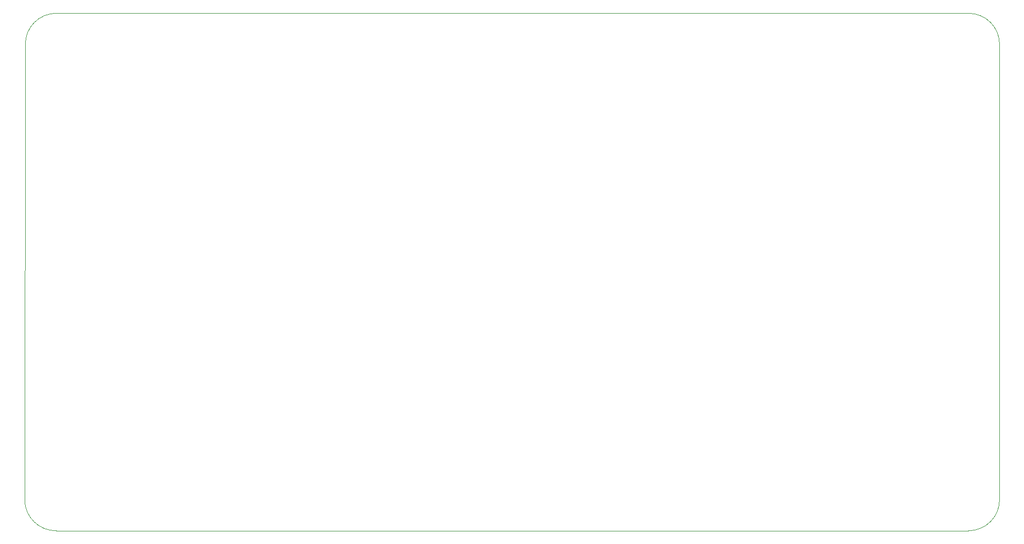
<source format=gm1>
%TF.GenerationSoftware,KiCad,Pcbnew,7.0.10*%
%TF.CreationDate,2024-03-06T00:08:41-08:00*%
%TF.ProjectId,hd44780_tutorial,68643434-3738-4305-9f74-75746f726961,0.9.04*%
%TF.SameCoordinates,Original*%
%TF.FileFunction,Profile,NP*%
%FSLAX46Y46*%
G04 Gerber Fmt 4.6, Leading zero omitted, Abs format (unit mm)*
G04 Created by KiCad (PCBNEW 7.0.10) date 2024-03-06 00:08:41*
%MOMM*%
%LPD*%
G01*
G04 APERTURE LIST*
%TA.AperFunction,Profile*%
%ADD10C,0.100000*%
%TD*%
G04 APERTURE END LIST*
D10*
X218363800Y-51202600D02*
G75*
G03*
X213363800Y-46202600I-5000000J0D01*
G01*
X66290200Y-46202600D02*
X213363800Y-46202600D01*
X213363800Y-129717800D02*
G75*
G03*
X218363800Y-124717800I0J5000000D01*
G01*
X61188167Y-124718405D02*
G75*
G03*
X66290200Y-129717800I5029633J29805D01*
G01*
X213363800Y-129717800D02*
X66290200Y-129717800D01*
X218363800Y-51202600D02*
X218363800Y-124717800D01*
X61188167Y-124718405D02*
X61290200Y-51202600D01*
X66290200Y-46202600D02*
G75*
G03*
X61290200Y-51202600I0J-5000000D01*
G01*
M02*

</source>
